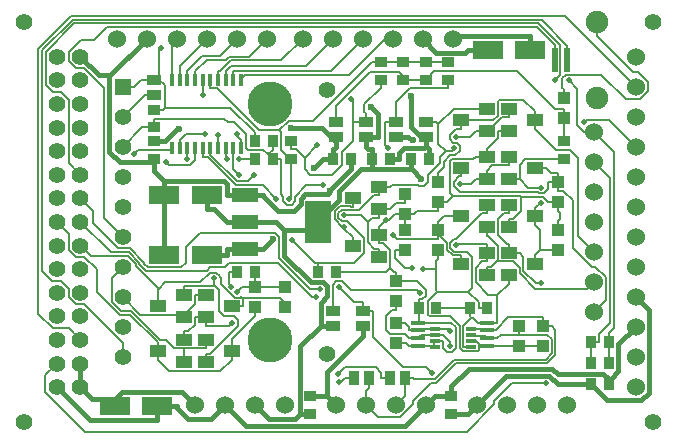
<source format=gtl>
%FSLAX46Y46*%
G04 Gerber Fmt 4.6, Leading zero omitted, Abs format (unit mm)*
G04 Created by KiCad (PCBNEW (2014-jul-16 BZR unknown)-product) date vie 22 ago 2014 20:47:43 CST*
%MOMM*%
G01*
G04 APERTURE LIST*
%ADD10C,0.150000*%
%ADD11R,0.500000X2.000000*%
%ADD12R,1.397000X1.397000*%
%ADD13C,1.397000*%
%ADD14C,3.810000*%
%ADD15C,1.422400*%
%ADD16C,1.524000*%
%ADD17C,1.905000*%
%ADD18R,1.399540X0.998220*%
%ADD19R,1.198880X0.347980*%
%ADD20R,0.900000X0.300000*%
%ADD21R,1.099820X0.998220*%
%ADD22C,1.400000*%
%ADD23R,0.304800X0.990600*%
%ADD24R,2.232660X1.216660*%
%ADD25R,2.199640X3.599180*%
%ADD26R,0.965200X1.270000*%
%ADD27R,1.270000X0.965200*%
%ADD28R,2.600960X1.600200*%
%ADD29R,0.899160X1.000760*%
%ADD30R,1.000760X0.899160*%
%ADD31C,0.508000*%
%ADD32C,0.510000*%
%ADD33C,0.600000*%
%ADD34C,0.152600*%
%ADD35C,0.152400*%
%ADD36C,0.200000*%
%ADD37C,0.450000*%
G04 APERTURE END LIST*
D10*
D11*
X240538000Y-61214000D03*
X241618000Y-61214000D03*
D12*
X203956920Y-63500000D03*
D13*
X203956920Y-66040000D03*
X203956920Y-68580000D03*
X203956920Y-71120000D03*
X203956920Y-73660000D03*
X203956920Y-76200000D03*
X203956920Y-78740000D03*
X203956920Y-81280000D03*
X203956920Y-83820000D03*
X203956920Y-86360000D03*
D14*
X216461340Y-64930020D03*
X216461340Y-84929980D03*
D15*
X198391780Y-60932060D03*
X200388220Y-60932060D03*
X198391780Y-62931040D03*
X200388220Y-62931040D03*
X198391780Y-64930020D03*
X200388220Y-64930020D03*
X198391780Y-66931540D03*
X200388220Y-66931540D03*
X198391780Y-68930520D03*
X200388220Y-68930520D03*
X198391780Y-70932040D03*
X200388220Y-70932040D03*
X198391780Y-72931020D03*
X200388220Y-72931020D03*
X198391780Y-74930000D03*
X200388220Y-74930000D03*
X198391780Y-76928980D03*
X200388220Y-76928980D03*
X198391780Y-78927960D03*
X200388220Y-78927960D03*
X198391780Y-80929480D03*
X200388220Y-80929480D03*
X198391780Y-82928460D03*
X200388220Y-82928460D03*
X198391780Y-84929980D03*
X200388220Y-84929980D03*
X198391780Y-86928960D03*
X200388220Y-86928960D03*
X198391780Y-88927940D03*
X200388220Y-88927940D03*
D16*
X203454000Y-59436000D03*
X205994000Y-59436000D03*
X208534000Y-59436000D03*
X211074000Y-59436000D03*
X213614000Y-59436000D03*
X216154000Y-59436000D03*
X231902000Y-59436000D03*
X229362000Y-59436000D03*
X226822000Y-59436000D03*
X224282000Y-59436000D03*
X221742000Y-59436000D03*
X219202000Y-59436000D03*
X229616000Y-90424000D03*
X227076000Y-90424000D03*
X224536000Y-90424000D03*
X221996000Y-90424000D03*
X210058000Y-90424000D03*
X212598000Y-90424000D03*
X215138000Y-90424000D03*
X217678000Y-90424000D03*
X241554000Y-90424000D03*
X239014000Y-90424000D03*
X236474000Y-90424000D03*
X233934000Y-90424000D03*
D17*
X244094000Y-57965340D03*
X244094000Y-64411860D03*
D16*
X243840000Y-67310000D03*
X243840000Y-69850000D03*
X243840000Y-72390000D03*
X243840000Y-74930000D03*
X243840000Y-77470000D03*
X243840000Y-80010000D03*
X243840000Y-82550000D03*
X247396000Y-88900000D03*
X247396000Y-86360000D03*
X247396000Y-83820000D03*
X247396000Y-81280000D03*
X247396000Y-78740000D03*
X247396000Y-76200000D03*
X247396000Y-73660000D03*
X247396000Y-71120000D03*
X247396000Y-68580000D03*
X247396000Y-66040000D03*
X247396000Y-63500000D03*
X247396000Y-60960000D03*
D18*
X236644180Y-65344040D03*
X236644180Y-67243960D03*
X238843820Y-66294000D03*
X234779820Y-67243960D03*
X234779820Y-65344040D03*
X232580180Y-66294000D03*
X236644180Y-69408040D03*
X236644180Y-71307960D03*
X238843820Y-70358000D03*
X234779820Y-71307960D03*
X234779820Y-69408040D03*
X232580180Y-70358000D03*
X236644180Y-73472040D03*
X236644180Y-75371960D03*
X238843820Y-74422000D03*
X234779820Y-75371960D03*
X234779820Y-73472040D03*
X232580180Y-74422000D03*
X236644180Y-77536040D03*
X236644180Y-79435960D03*
X238843820Y-78486000D03*
X234779820Y-79435960D03*
X234779820Y-77536040D03*
X232580180Y-78486000D03*
D19*
X234847540Y-85406020D03*
X234847540Y-84755780D03*
X234847540Y-84110620D03*
X234847540Y-83460380D03*
X229000460Y-83460380D03*
X229000460Y-84110620D03*
X229000460Y-84755780D03*
X229000460Y-85406020D03*
D20*
X233478000Y-85484000D03*
X233478000Y-84984000D03*
X233478000Y-84484000D03*
X233478000Y-83984000D03*
X230378000Y-83984000D03*
X230378000Y-84484000D03*
X230378000Y-84984000D03*
X230378000Y-85484000D03*
D18*
X209125820Y-86801960D03*
X209125820Y-84902040D03*
X206926180Y-85852000D03*
X210990180Y-84902040D03*
X210990180Y-86801960D03*
X213189820Y-85852000D03*
X210990180Y-81092040D03*
X210990180Y-82991960D03*
X213189820Y-82042000D03*
X209125820Y-82991960D03*
X209125820Y-81092040D03*
X206926180Y-82042000D03*
X225635820Y-77911960D03*
X225635820Y-76012040D03*
X223436180Y-76962000D03*
X225635820Y-73847960D03*
X225635820Y-71948040D03*
X223436180Y-72898000D03*
D21*
X215138000Y-82128360D03*
X215138000Y-80431640D03*
D22*
X221259000Y-86080600D03*
X195644000Y-57975500D03*
X195644000Y-91884500D03*
X248856000Y-91884500D03*
X248856000Y-57975500D03*
X221259000Y-63779400D03*
D23*
X208150460Y-68701920D03*
X208800700Y-68701920D03*
X209450940Y-68701920D03*
X210101180Y-68701920D03*
X210751420Y-68701920D03*
X211396580Y-68701920D03*
X212046820Y-68701920D03*
X212697060Y-68701920D03*
X213347300Y-68701920D03*
X213997540Y-68701920D03*
X213997540Y-62870080D03*
X213347300Y-62870080D03*
X212697060Y-62870080D03*
X212046820Y-62870080D03*
X211396580Y-62870080D03*
X210751420Y-62870080D03*
X210101180Y-62870080D03*
X209450940Y-62870080D03*
X208800700Y-62870080D03*
X208150460Y-62870080D03*
D24*
X214325200Y-72621140D03*
X214325200Y-74930000D03*
X214325200Y-77238860D03*
D25*
X220522800Y-74930000D03*
D21*
X237490000Y-85430360D03*
X237490000Y-83733640D03*
X239522000Y-85430360D03*
X239522000Y-83733640D03*
X240792000Y-77302360D03*
X240792000Y-75605640D03*
X230632000Y-73238360D03*
X230632000Y-71541640D03*
X240792000Y-73238360D03*
X240792000Y-71541640D03*
X230632000Y-75605640D03*
X230632000Y-77302360D03*
X217678000Y-82128360D03*
X217678000Y-80431640D03*
X227838000Y-75605640D03*
X227838000Y-77302360D03*
X227838000Y-72557640D03*
X227838000Y-74254360D03*
X241300000Y-66126360D03*
X241300000Y-64429640D03*
X227076000Y-81620360D03*
X227076000Y-79923640D03*
X227076000Y-85176360D03*
X227076000Y-83479640D03*
D26*
X227838000Y-88138000D03*
X226568000Y-88138000D03*
X223520000Y-88138000D03*
X224790000Y-88138000D03*
D27*
X206629000Y-64135000D03*
X206629000Y-62865000D03*
X224282000Y-82423000D03*
X224282000Y-83693000D03*
X229616000Y-66421000D03*
X229616000Y-67691000D03*
X227076000Y-66421000D03*
X227076000Y-67691000D03*
X221742000Y-82423000D03*
X221742000Y-83693000D03*
X224536000Y-66421000D03*
X224536000Y-67691000D03*
X221996000Y-66421000D03*
X221996000Y-67691000D03*
D28*
X211096860Y-77724000D03*
X207495140Y-77724000D03*
X238464860Y-60325000D03*
X234863140Y-60325000D03*
D29*
X225054160Y-69596000D03*
X226557840Y-69596000D03*
D30*
X206629000Y-68082160D03*
X206629000Y-69585840D03*
D29*
X228356160Y-69596000D03*
X229859840Y-69596000D03*
D30*
X219837000Y-91175840D03*
X219837000Y-89672160D03*
D29*
X245099840Y-86868000D03*
X243596160Y-86868000D03*
X245099840Y-85090000D03*
X243596160Y-85090000D03*
X229016160Y-82194400D03*
X230519840Y-82194400D03*
X221985840Y-79121000D03*
X220482160Y-79121000D03*
D30*
X218186000Y-68082160D03*
X218186000Y-69585840D03*
D29*
X215148160Y-69596000D03*
X216651840Y-69596000D03*
X216651840Y-68072000D03*
X215148160Y-68072000D03*
X221752160Y-69596000D03*
X223255840Y-69596000D03*
D30*
X227711000Y-62918340D03*
X227711000Y-61414660D03*
X241300000Y-68082160D03*
X241300000Y-69585840D03*
X229616000Y-62918340D03*
X229616000Y-61414660D03*
X231775000Y-89672160D03*
X231775000Y-91175840D03*
D29*
X245099840Y-88646000D03*
X243596160Y-88646000D03*
X234837840Y-82194400D03*
X233334160Y-82194400D03*
D30*
X231521000Y-62918340D03*
X231521000Y-61414660D03*
X206629000Y-65415160D03*
X206629000Y-66918840D03*
X225806000Y-62918340D03*
X225806000Y-61414660D03*
D28*
X211096860Y-72644000D03*
X207495140Y-72644000D03*
D29*
X215152840Y-79121000D03*
X213649160Y-79121000D03*
D28*
X206880860Y-90525600D03*
X203279140Y-90525600D03*
D31*
X213199600Y-83464900D03*
X226453600Y-68671200D03*
X229400400Y-78907900D03*
X216974300Y-72950700D03*
X213664400Y-80852700D03*
X226245700Y-74787100D03*
X220459300Y-68437500D03*
X210747500Y-64136600D03*
X223289500Y-64526900D03*
X239423600Y-72029700D03*
X211721500Y-79711500D03*
X232031000Y-68701800D03*
X232200900Y-76886700D03*
X218050000Y-72977500D03*
X218309000Y-76481300D03*
X213174100Y-80408400D03*
D32*
X226832800Y-75987300D03*
X232523600Y-71717500D03*
X232153500Y-67734700D03*
X231701600Y-85421800D03*
X231703000Y-84149000D03*
X240605800Y-62900900D03*
X222711400Y-74357900D03*
X213807000Y-69616400D03*
X210952800Y-67487300D03*
X204918100Y-69189800D03*
X209448700Y-69613300D03*
X212027700Y-67524600D03*
X207615800Y-69831700D03*
X212838900Y-69619200D03*
X213661500Y-67511000D03*
X213842600Y-70989200D03*
X239350700Y-73301900D03*
X215116000Y-70971900D03*
X228493200Y-78795700D03*
X222694800Y-75325700D03*
X229153500Y-80969000D03*
X241717800Y-62927600D03*
X207226000Y-60175700D03*
X222284700Y-80439800D03*
X220919200Y-71819100D03*
X230193100Y-87732300D03*
D33*
X216662500Y-76386200D03*
X218227900Y-66939200D03*
X220184300Y-70365300D03*
X228382800Y-64236200D03*
X221552100Y-72331300D03*
X208771900Y-67013000D03*
X229263200Y-71273900D03*
X224965700Y-65187200D03*
X228522300Y-68022900D03*
D32*
X220666500Y-80638900D03*
X222224500Y-87820100D03*
X220348200Y-81267700D03*
X222254300Y-88482900D03*
X242998800Y-66472200D03*
X239838300Y-88569700D03*
X239391400Y-80092600D03*
D34*
X237490000Y-84461700D02*
X239926200Y-84461700D01*
X239926200Y-84461700D02*
X240300900Y-84836400D01*
X240300900Y-84836400D02*
X240300900Y-86038900D01*
X240300900Y-86038900D02*
X239764800Y-86575000D01*
X239764800Y-86575000D02*
X232034900Y-86575000D01*
X232034900Y-86575000D02*
X230393600Y-88216300D01*
X230393600Y-88216300D02*
X228627900Y-88216300D01*
X228627900Y-88216300D02*
X228549600Y-88138000D01*
X234847500Y-84755800D02*
X235675900Y-84755800D01*
X237490000Y-84461700D02*
X235970000Y-84461700D01*
X235970000Y-84461700D02*
X235675900Y-84755800D01*
X227838000Y-88138000D02*
X228549600Y-88138000D01*
X227838000Y-88138000D02*
X227838000Y-89662000D01*
X227838000Y-89662000D02*
X227076000Y-90424000D01*
X237490000Y-83733600D02*
X237490000Y-84461700D01*
X233478000Y-84484000D02*
X233532300Y-84538300D01*
X233532300Y-84538300D02*
X234630000Y-84538300D01*
X234630000Y-84538300D02*
X234847500Y-84755800D01*
X240300900Y-83733600D02*
X240606200Y-84038900D01*
X240606200Y-84038900D02*
X240606200Y-86165400D01*
X240606200Y-86165400D02*
X239891300Y-86880300D01*
X239891300Y-86880300D02*
X232161400Y-86880300D01*
X232161400Y-86880300D02*
X230520100Y-88521600D01*
X230520100Y-88521600D02*
X230107200Y-88521600D01*
X230107200Y-88521600D02*
X228549700Y-90079100D01*
X228549700Y-90079100D02*
X228549700Y-90366300D01*
X228549700Y-90366300D02*
X227452100Y-91463900D01*
X227452100Y-91463900D02*
X225575900Y-91463900D01*
X225575900Y-91463900D02*
X224536000Y-90424000D01*
X224790000Y-89002000D02*
X224536000Y-89256000D01*
X224536000Y-89256000D02*
X224536000Y-90424000D01*
X239522000Y-83733600D02*
X240300900Y-83733600D01*
X224790000Y-88570000D02*
X224790000Y-88138000D01*
X224790000Y-88570000D02*
X224790000Y-89002000D01*
X234847500Y-84047300D02*
X234784200Y-83984000D01*
X234784200Y-83984000D02*
X233478000Y-83984000D01*
X234847500Y-84047300D02*
X235584100Y-84047300D01*
X235584100Y-84047300D02*
X236625900Y-83005500D01*
X236625900Y-83005500D02*
X239522000Y-83005500D01*
X234847500Y-84047300D02*
X234847500Y-84110600D01*
X239522000Y-83733600D02*
X239522000Y-83005500D01*
D35*
X234156900Y-85406000D02*
X234156900Y-85748900D01*
X234156900Y-85748900D02*
X234042800Y-85863000D01*
X234042800Y-85863000D02*
X232746200Y-85863000D01*
X232746200Y-85863000D02*
X232492000Y-85608800D01*
X232492000Y-85608800D02*
X232492000Y-83722900D01*
X232492000Y-83722900D02*
X231692900Y-82923800D01*
X231692900Y-82923800D02*
X229965200Y-82923800D01*
X229965200Y-82923800D02*
X229828900Y-82787500D01*
X229828900Y-82787500D02*
X229828900Y-81601500D01*
X229828900Y-81601500D02*
X230609000Y-80821400D01*
X234779800Y-74200000D02*
X234355200Y-74200000D01*
X234355200Y-74200000D02*
X232151400Y-76403800D01*
X232151400Y-76403800D02*
X232000800Y-76403800D01*
X232000800Y-76403800D02*
X231718000Y-76686600D01*
X231718000Y-76686600D02*
X231718000Y-77143300D01*
X231718000Y-77143300D02*
X232005700Y-77431000D01*
X232005700Y-77431000D02*
X233095600Y-77431000D01*
X233095600Y-77431000D02*
X233545800Y-77881200D01*
X233545800Y-77881200D02*
X233545800Y-80519600D01*
X233545800Y-80519600D02*
X233244000Y-80821400D01*
X226212100Y-66421000D02*
X226212100Y-68429700D01*
X226212100Y-68429700D02*
X226453600Y-68671200D01*
X210990200Y-83720000D02*
X212944500Y-83720000D01*
X212944500Y-83720000D02*
X213199600Y-83464900D01*
X230461100Y-78907900D02*
X230461100Y-80673500D01*
X230461100Y-80673500D02*
X230609000Y-80821400D01*
X230632000Y-78030400D02*
X230461100Y-78201300D01*
X230461100Y-78201300D02*
X230461100Y-78907900D01*
X230461100Y-78907900D02*
X229400400Y-78907900D01*
X210751400Y-69426100D02*
X211163300Y-69426100D01*
X211163300Y-69426100D02*
X213521000Y-71783800D01*
X213521000Y-71783800D02*
X215807400Y-71783800D01*
X215807400Y-71783800D02*
X216974300Y-72950700D01*
X210990200Y-82992000D02*
X210990200Y-83720000D01*
X214359200Y-80431600D02*
X214085500Y-80431600D01*
X214085500Y-80431600D02*
X213664400Y-80852700D01*
X231521000Y-63596800D02*
X228274200Y-63596800D01*
X228274200Y-63596800D02*
X227076000Y-64795000D01*
X227076000Y-64795000D02*
X227076000Y-65709500D01*
X234779800Y-73472000D02*
X234779800Y-74200000D01*
X233244000Y-80821400D02*
X230609000Y-80821400D01*
X234159300Y-82194400D02*
X234159300Y-81736700D01*
X234159300Y-81736700D02*
X233244000Y-80821400D01*
X227076000Y-66421000D02*
X226212100Y-66421000D01*
X227076000Y-66421000D02*
X227076000Y-65709500D01*
X231521000Y-62918300D02*
X231521000Y-63596800D01*
X234156900Y-85406000D02*
X234156900Y-85239200D01*
X234156900Y-85239200D02*
X233901700Y-84984000D01*
X233901700Y-84984000D02*
X233478000Y-84984000D01*
X234847500Y-85406000D02*
X234156900Y-85406000D01*
X234837800Y-82194400D02*
X234159300Y-82194400D01*
X230632000Y-77302400D02*
X230632000Y-78030400D01*
X210751400Y-68701900D02*
X210751400Y-69426100D01*
X237490000Y-85430400D02*
X236711200Y-85430400D01*
X234847500Y-85406000D02*
X236686800Y-85406000D01*
X236686800Y-85406000D02*
X236711200Y-85430400D01*
X237490000Y-85430400D02*
X239522000Y-85430400D01*
X215138000Y-80431600D02*
X214359200Y-80431600D01*
X215527400Y-80431600D02*
X215138000Y-80431600D01*
X215527400Y-80431600D02*
X215916800Y-80431600D01*
X215916800Y-80431600D02*
X217678000Y-80431600D01*
X215152800Y-79121000D02*
X215152800Y-79850300D01*
X215152800Y-79850300D02*
X215138000Y-79865100D01*
X215138000Y-79865100D02*
X215138000Y-80431600D01*
X210990200Y-82992000D02*
X210061500Y-82992000D01*
X209125800Y-84902000D02*
X209125800Y-84174000D01*
X210061500Y-82992000D02*
X210061500Y-83632900D01*
X210061500Y-83632900D02*
X209520400Y-84174000D01*
X209520400Y-84174000D02*
X209125800Y-84174000D01*
X231056900Y-84984000D02*
X231056900Y-85571300D01*
X231056900Y-85571300D02*
X231415000Y-85929400D01*
X231415000Y-85929400D02*
X231889500Y-85929400D01*
X231889500Y-85929400D02*
X232186900Y-85632000D01*
X232186900Y-85632000D02*
X232186900Y-83849400D01*
X232186900Y-83849400D02*
X231782200Y-83444700D01*
X231782200Y-83444700D02*
X229016200Y-83444700D01*
X237652000Y-72817900D02*
X237652000Y-74000200D01*
X237652000Y-74000200D02*
X237008200Y-74644000D01*
X237008200Y-74644000D02*
X236644200Y-74644000D01*
X231917500Y-72731700D02*
X237565800Y-72731700D01*
X237565800Y-72731700D02*
X237652000Y-72817900D01*
X237652000Y-72817900D02*
X239592700Y-72817900D01*
X239592700Y-72817900D02*
X240013200Y-73238400D01*
X233851100Y-69408000D02*
X233655800Y-69603300D01*
X233655800Y-69603300D02*
X231810300Y-69603300D01*
X231810300Y-69603300D02*
X231649100Y-69764500D01*
X231649100Y-69764500D02*
X231649100Y-72463300D01*
X231649100Y-72463300D02*
X231917500Y-72731700D01*
X223431300Y-66421000D02*
X223431300Y-64668700D01*
X223431300Y-64668700D02*
X223289500Y-64526900D01*
X234779800Y-69408000D02*
X233851100Y-69408000D01*
X225806000Y-63596800D02*
X224436800Y-64966000D01*
X224436800Y-64966000D02*
X224436800Y-65610300D01*
X224436800Y-65610300D02*
X224536000Y-65709500D01*
X224536000Y-66421000D02*
X224536000Y-65709500D01*
X229016200Y-81465100D02*
X229341900Y-81465100D01*
X229341900Y-81465100D02*
X229637400Y-81169600D01*
X229637400Y-81169600D02*
X229637400Y-80664300D01*
X229637400Y-80664300D02*
X228896700Y-79923600D01*
X228896700Y-79923600D02*
X227854800Y-79923600D01*
X225635800Y-75284000D02*
X225748800Y-75284000D01*
X225748800Y-75284000D02*
X226245700Y-74787100D01*
X227059200Y-74254400D02*
X226526500Y-74787100D01*
X226526500Y-74787100D02*
X226245700Y-74787100D01*
X219389100Y-69507700D02*
X218642100Y-68760700D01*
X218642100Y-68760700D02*
X218186000Y-68760700D01*
X223431300Y-66421000D02*
X223431300Y-68081600D01*
X223431300Y-68081600D02*
X222526600Y-68986300D01*
X222526600Y-68986300D02*
X222526600Y-70101300D01*
X222526600Y-70101300D02*
X221719300Y-70908600D01*
X221719300Y-70908600D02*
X219867000Y-70908600D01*
X219867000Y-70908600D02*
X219389100Y-70430700D01*
X219389100Y-70430700D02*
X219389100Y-69507700D01*
X219389100Y-69507700D02*
X220459300Y-68437500D01*
X226566100Y-78808500D02*
X226953200Y-79195600D01*
X226953200Y-79195600D02*
X227076000Y-79195600D01*
X225635800Y-76740000D02*
X225987200Y-76740000D01*
X225987200Y-76740000D02*
X226566100Y-77318900D01*
X226566100Y-77318900D02*
X226566100Y-78808500D01*
X226566100Y-78808500D02*
X226253600Y-79121000D01*
X226253600Y-79121000D02*
X222664300Y-79121000D01*
X229016200Y-83444700D02*
X229000500Y-83460400D01*
X229016200Y-82923700D02*
X229016200Y-83444700D01*
X210751400Y-62870100D02*
X210751400Y-64132700D01*
X210751400Y-64132700D02*
X210747500Y-64136600D01*
X223431300Y-66421000D02*
X223672100Y-66421000D01*
X231410800Y-73238400D02*
X231917500Y-72731700D01*
X230632000Y-73238400D02*
X231410800Y-73238400D01*
X230632000Y-73238400D02*
X230632000Y-73298000D01*
X225635800Y-76012000D02*
X225635800Y-75284000D01*
X230632000Y-73602400D02*
X230632000Y-73357600D01*
X225635800Y-76012000D02*
X225635800Y-76740000D01*
X225806000Y-62918300D02*
X225806000Y-63596800D01*
X218186000Y-68082200D02*
X218186000Y-68760700D01*
X236644200Y-75372000D02*
X236644200Y-74644000D01*
X240792000Y-73238400D02*
X240013200Y-73238400D01*
X230632000Y-73298000D02*
X230632000Y-73357600D01*
X221985800Y-79121000D02*
X222664300Y-79121000D01*
X227076000Y-79923600D02*
X227076000Y-79195600D01*
X227838000Y-74254400D02*
X227059200Y-74254400D01*
X234779800Y-69408000D02*
X234779800Y-68680000D01*
X230632000Y-73602400D02*
X230632000Y-73966400D01*
X227076000Y-79923600D02*
X227854800Y-79923600D01*
X229016200Y-82194400D02*
X229016200Y-81465100D01*
X229016200Y-82549300D02*
X229016200Y-82194400D01*
X240792000Y-74877600D02*
X240956000Y-74713600D01*
X240956000Y-74713600D02*
X240956000Y-74130400D01*
X240956000Y-74130400D02*
X240792000Y-73966400D01*
X240792000Y-73238400D02*
X240792000Y-73966400D01*
X240792000Y-75605600D02*
X240792000Y-74877600D01*
X230300000Y-85406000D02*
X230378000Y-85484000D01*
X229828800Y-85406000D02*
X230300000Y-85406000D01*
X230300000Y-85406000D02*
X230300000Y-85062000D01*
X230300000Y-85062000D02*
X230378000Y-84984000D01*
X230378000Y-84984000D02*
X231056900Y-84984000D01*
X229016200Y-82549300D02*
X229016200Y-82923700D01*
X227838000Y-75605600D02*
X227838000Y-74877600D01*
X227076000Y-85176400D02*
X227942600Y-85176400D01*
X227942600Y-85176400D02*
X228172200Y-85406000D01*
X234779800Y-68680000D02*
X234870800Y-68680000D01*
X234870800Y-68680000D02*
X235715500Y-67835300D01*
X235715500Y-67835300D02*
X235715500Y-67244000D01*
X236644200Y-67244000D02*
X235715500Y-67244000D01*
X227838000Y-74254400D02*
X228616800Y-74254400D01*
X230632000Y-73966400D02*
X228904800Y-73966400D01*
X228904800Y-73966400D02*
X228616800Y-74254400D01*
X227838000Y-74254400D02*
X227838000Y-74877600D01*
X224536000Y-66421000D02*
X223672100Y-66421000D01*
X229000500Y-85406000D02*
X229828800Y-85406000D01*
X229000500Y-85406000D02*
X228172200Y-85406000D01*
X228075700Y-62918300D02*
X227397100Y-62239700D01*
X227397100Y-62239700D02*
X224874800Y-62239700D01*
X224874800Y-62239700D02*
X221996000Y-65118500D01*
X221996000Y-65118500D02*
X221996000Y-66421000D01*
X228075700Y-62918300D02*
X228440300Y-62918300D01*
X227711000Y-62918300D02*
X228075700Y-62918300D01*
X229616000Y-62915600D02*
X228443000Y-62915600D01*
X228443000Y-62915600D02*
X228440300Y-62918300D01*
X229616000Y-62915600D02*
X229616000Y-62912900D01*
X229616000Y-62918300D02*
X229616000Y-62915600D01*
X229616000Y-62912900D02*
X230363900Y-62165000D01*
X230363900Y-62165000D02*
X237338600Y-62165000D01*
X237338600Y-62165000D02*
X240572000Y-65398400D01*
X240572000Y-65398400D02*
X241300000Y-65398400D01*
X241300000Y-66126400D02*
X241300000Y-65398400D01*
X241300000Y-66126400D02*
X241300000Y-68082200D01*
X234779800Y-76808000D02*
X232279600Y-76808000D01*
X232279600Y-76808000D02*
X232200900Y-76886700D01*
X237572900Y-71308000D02*
X238294500Y-72029600D01*
X238294500Y-72029600D02*
X239423600Y-72029600D01*
X239423600Y-72029600D02*
X239423600Y-72029700D01*
X240570700Y-69585800D02*
X238047500Y-69585800D01*
X238047500Y-69585800D02*
X237572900Y-70060400D01*
X237572900Y-70060400D02*
X237572900Y-71308000D01*
X241300000Y-69585800D02*
X240570700Y-69585800D01*
X226564500Y-71948000D02*
X226728600Y-71783900D01*
X226728600Y-71783900D02*
X228968500Y-71783900D01*
X228968500Y-71783900D02*
X229044100Y-71859500D01*
X229044100Y-71859500D02*
X229482400Y-71859500D01*
X229482400Y-71859500D02*
X229792100Y-71549800D01*
X229792100Y-71549800D02*
X229792100Y-70973800D01*
X229792100Y-70973800D02*
X230812900Y-69953000D01*
X230812900Y-69953000D02*
X230812900Y-69409900D01*
X230812900Y-69409900D02*
X231313300Y-68909500D01*
X231313300Y-68909500D02*
X231823300Y-68909500D01*
X231823300Y-68909500D02*
X232031000Y-68701800D01*
X230697600Y-66638700D02*
X230697600Y-68293800D01*
X230697600Y-68293800D02*
X231313300Y-68909500D01*
X210990200Y-86074000D02*
X211354200Y-86074000D01*
X211354200Y-86074000D02*
X213735200Y-83693000D01*
X213735200Y-83693000D02*
X213735200Y-83267100D01*
X213735200Y-83267100D02*
X213351600Y-82883500D01*
X213351600Y-82883500D02*
X212504900Y-82883500D01*
X212504900Y-82883500D02*
X212105300Y-82483900D01*
X212105300Y-82483900D02*
X212105300Y-80655000D01*
X212105300Y-80655000D02*
X211814300Y-80364000D01*
X211814300Y-80364000D02*
X211721500Y-80364000D01*
X220482200Y-78391700D02*
X220219400Y-78391700D01*
X220219400Y-78391700D02*
X218309000Y-76481300D01*
X220482200Y-78391700D02*
X223540900Y-78391700D01*
X223540900Y-78391700D02*
X224364900Y-77567700D01*
X224364900Y-77567700D02*
X224364900Y-76282900D01*
X224364900Y-76282900D02*
X222923800Y-74841800D01*
X222923800Y-74841800D02*
X222510900Y-74841800D01*
X222510900Y-74841800D02*
X222227500Y-74558400D01*
X222227500Y-74558400D02*
X222227500Y-74157400D01*
X222227500Y-74157400D02*
X222510900Y-73874000D01*
X222510900Y-73874000D02*
X223078100Y-73874000D01*
X223078100Y-73874000D02*
X223140000Y-73935900D01*
X223140000Y-73935900D02*
X223967400Y-73935900D01*
X223967400Y-73935900D02*
X225227300Y-72676000D01*
X225227300Y-72676000D02*
X225635800Y-72676000D01*
X217238700Y-67180400D02*
X217407100Y-67348800D01*
X217407100Y-67348800D02*
X217407100Y-68806900D01*
X217407100Y-68806900D02*
X218186000Y-69585800D01*
X225076700Y-61414700D02*
X220081100Y-66410300D01*
X220081100Y-66410300D02*
X218008800Y-66410300D01*
X218008800Y-66410300D02*
X217238700Y-67180400D01*
X217238700Y-67180400D02*
X215515800Y-67180400D01*
X215515800Y-67180400D02*
X211929700Y-63594300D01*
X211929700Y-63594300D02*
X211396600Y-63594300D01*
X218186000Y-70264300D02*
X218186000Y-72841500D01*
X218186000Y-72841500D02*
X218050000Y-72977500D01*
X212970700Y-79121000D02*
X212970700Y-80205000D01*
X212970700Y-80205000D02*
X213174100Y-80408400D01*
X211721500Y-80364000D02*
X209125800Y-80364000D01*
X211721500Y-80364000D02*
X211721500Y-79711500D01*
X225635800Y-71948000D02*
X226564500Y-71948000D01*
X225635800Y-71965100D02*
X225635800Y-71948000D01*
X225635800Y-71965100D02*
X225635800Y-72676000D01*
X231156400Y-61414700D02*
X231521000Y-61414700D01*
X230479900Y-66421000D02*
X230697600Y-66638700D01*
X234779800Y-65344000D02*
X231992300Y-65344000D01*
X231992300Y-65344000D02*
X230697600Y-66638700D01*
X229616000Y-66421000D02*
X230479900Y-66421000D01*
X233465700Y-83055100D02*
X232799100Y-83721700D01*
X232799100Y-83721700D02*
X232799100Y-85484000D01*
X234847500Y-83460400D02*
X234019200Y-83460400D01*
X234019200Y-83460400D02*
X233613900Y-83055100D01*
X233613900Y-83055100D02*
X233465700Y-83055100D01*
X233465700Y-83055100D02*
X233334200Y-82923700D01*
X234779800Y-77536000D02*
X234779800Y-76808000D01*
X225806000Y-61414700D02*
X225076700Y-61414700D01*
X227711000Y-61414700D02*
X225806000Y-61414700D01*
X218186000Y-69585800D02*
X218186000Y-69925000D01*
X211396600Y-62870100D02*
X211396600Y-63594300D01*
X218186000Y-69925000D02*
X218186000Y-70264300D01*
X235675800Y-81132400D02*
X236644200Y-80164000D01*
X234779800Y-78264000D02*
X234415800Y-78264000D01*
X234415800Y-78264000D02*
X233851000Y-78828800D01*
X233851000Y-78828800D02*
X233851000Y-80048900D01*
X233851000Y-80048900D02*
X234934500Y-81132400D01*
X234934500Y-81132400D02*
X235675800Y-81132400D01*
X235675800Y-81132400D02*
X235675800Y-83460400D01*
X234847500Y-83460400D02*
X235675800Y-83460400D01*
X233334200Y-82194400D02*
X233334200Y-82923700D01*
X233478000Y-85484000D02*
X232799100Y-85484000D01*
X233334200Y-82194400D02*
X231198300Y-82194400D01*
X230519800Y-82194400D02*
X231198300Y-82194400D01*
X220482200Y-79121000D02*
X220482200Y-78391700D01*
X234779800Y-77536000D02*
X234779800Y-78264000D01*
X236644200Y-79436000D02*
X236644200Y-80164000D01*
X227711000Y-61414700D02*
X229616000Y-61414700D01*
X236644200Y-71308000D02*
X237572900Y-71308000D01*
X213649200Y-79121000D02*
X212970700Y-79121000D01*
X210990200Y-86802000D02*
X210990200Y-86074000D01*
X209125800Y-81092000D02*
X209125800Y-80364000D01*
X231156400Y-61414700D02*
X230791700Y-61414700D01*
X230345300Y-61414700D02*
X230791700Y-61414700D01*
X229616000Y-61414700D02*
X230345300Y-61414700D01*
D34*
X230632000Y-75969600D02*
X230695800Y-75969600D01*
X230695800Y-75969600D02*
X231412800Y-76686600D01*
X231412800Y-76686600D02*
X231412800Y-77269800D01*
X231412800Y-77269800D02*
X231900900Y-77757900D01*
X231900900Y-77757900D02*
X232580200Y-77757900D01*
X230632000Y-76333700D02*
X227179200Y-76333700D01*
X227179200Y-76333700D02*
X226832800Y-75987300D01*
X232580200Y-78486000D02*
X232580200Y-77757900D01*
X230632000Y-75969600D02*
X230632000Y-76333700D01*
X230632000Y-75605600D02*
X230632000Y-75969600D01*
X232580200Y-74422000D02*
X231651400Y-74422000D01*
X230632000Y-74953800D02*
X231163800Y-74422000D01*
X231163800Y-74422000D02*
X231651400Y-74422000D01*
X230632000Y-75605600D02*
X230632000Y-74953800D01*
X233851000Y-71308000D02*
X233441500Y-71717500D01*
X233441500Y-71717500D02*
X232523600Y-71717500D01*
X234779800Y-71308000D02*
X233851000Y-71308000D01*
X234779800Y-70624000D02*
X235267700Y-70136100D01*
X235267700Y-70136100D02*
X236644200Y-70136100D01*
X236644200Y-69408000D02*
X236644200Y-70136100D01*
X234779800Y-71308000D02*
X234779800Y-70624000D01*
X233851000Y-67244000D02*
X233360300Y-67734700D01*
X233360300Y-67734700D02*
X232153500Y-67734700D01*
X234779800Y-67244000D02*
X233851000Y-67244000D01*
X234779800Y-67244000D02*
X234926400Y-67244000D01*
X234926400Y-67244000D02*
X236098300Y-66072100D01*
X236098300Y-66072100D02*
X236644200Y-66072100D01*
X236644200Y-65344000D02*
X236644200Y-66072100D01*
X231057000Y-84484000D02*
X231701600Y-85128600D01*
X231701600Y-85128600D02*
X231701600Y-85421800D01*
X229000500Y-84755800D02*
X228172100Y-84755800D01*
X227076000Y-81620400D02*
X227076000Y-82348500D01*
X227076000Y-82348500D02*
X226803000Y-82348500D01*
X226803000Y-82348500D02*
X226297000Y-82854500D01*
X226297000Y-82854500D02*
X226297000Y-84106400D01*
X226297000Y-84106400D02*
X226606600Y-84416000D01*
X226606600Y-84416000D02*
X227832300Y-84416000D01*
X227832300Y-84416000D02*
X228172100Y-84755800D01*
X230378000Y-84484000D02*
X231057000Y-84484000D01*
X229000500Y-84755800D02*
X229219000Y-84537300D01*
X229219000Y-84537300D02*
X230324700Y-84537300D01*
X230324700Y-84537300D02*
X230378000Y-84484000D01*
X231057000Y-83984000D02*
X231538000Y-83984000D01*
X231538000Y-83984000D02*
X231703000Y-84149000D01*
X230378000Y-83984000D02*
X231057000Y-83984000D01*
X229000500Y-84110600D02*
X229127100Y-83984000D01*
X229127100Y-83984000D02*
X230378000Y-83984000D01*
X229000500Y-84110600D02*
X228172100Y-84110600D01*
X227076000Y-83479600D02*
X227854900Y-83479600D01*
X227854900Y-83479600D02*
X228172100Y-83796800D01*
X228172100Y-83796800D02*
X228172100Y-84110600D01*
X200388200Y-70932000D02*
X199390000Y-69933800D01*
X199390000Y-69933800D02*
X199390000Y-64564300D01*
X199390000Y-64564300D02*
X198775900Y-63950200D01*
X198775900Y-63950200D02*
X198060900Y-63950200D01*
X198060900Y-63950200D02*
X197440000Y-63329300D01*
X197440000Y-63329300D02*
X197440000Y-60518700D01*
X197440000Y-60518700D02*
X199858100Y-58100600D01*
X199858100Y-58100600D02*
X239171000Y-58100600D01*
X239171000Y-58100600D02*
X241032400Y-59962000D01*
X241032400Y-59962000D02*
X241032400Y-62474300D01*
X241032400Y-62474300D02*
X240605800Y-62900900D01*
X206926200Y-85852000D02*
X206926200Y-86580100D01*
X213189800Y-85852000D02*
X213189800Y-86580100D01*
X213189800Y-86580100D02*
X212239700Y-87530200D01*
X212239700Y-87530200D02*
X207876300Y-87530200D01*
X207876300Y-87530200D02*
X206926200Y-86580100D01*
X215138000Y-82856500D02*
X213189800Y-84804700D01*
X213189800Y-84804700D02*
X213189800Y-85852000D01*
X215138000Y-82128400D02*
X215138000Y-82856500D01*
X206926200Y-85123900D02*
X204613000Y-82810700D01*
X204613000Y-82810700D02*
X203711600Y-82810700D01*
X203711600Y-82810700D02*
X201774000Y-80873100D01*
X201774000Y-80873100D02*
X201774000Y-78946400D01*
X201774000Y-78946400D02*
X200698200Y-77870600D01*
X200698200Y-77870600D02*
X199999000Y-77870600D01*
X199999000Y-77870600D02*
X199447900Y-77319500D01*
X199447900Y-77319500D02*
X199447900Y-75986100D01*
X199447900Y-75986100D02*
X198391800Y-74930000D01*
X206926200Y-85852000D02*
X206926200Y-85123900D01*
X207005200Y-80598300D02*
X207558500Y-80045000D01*
X207558500Y-80045000D02*
X210533600Y-80045000D01*
X210533600Y-80045000D02*
X211330100Y-79248500D01*
X211330100Y-79248500D02*
X211492800Y-79248500D01*
X211492800Y-79248500D02*
X211528600Y-79212700D01*
X211528600Y-79212700D02*
X211905900Y-79212700D01*
X211905900Y-79212700D02*
X212220300Y-79527100D01*
X212220300Y-79527100D02*
X212220300Y-79572200D01*
X212220300Y-79572200D02*
X212282800Y-79634700D01*
X212282800Y-79634700D02*
X212282800Y-79700600D01*
X212282800Y-79700600D02*
X212294700Y-79712500D01*
X212294700Y-79712500D02*
X212294700Y-80188500D01*
X212294700Y-80188500D02*
X212675300Y-80569100D01*
X212675300Y-80569100D02*
X212675300Y-80592700D01*
X212675300Y-80592700D02*
X212974000Y-80891400D01*
X212974000Y-80891400D02*
X212997600Y-80891400D01*
X212997600Y-80891400D02*
X213406400Y-81300200D01*
X213406400Y-81300200D02*
X213428800Y-81300200D01*
X213428800Y-81300200D02*
X213464300Y-81335700D01*
X213464300Y-81335700D02*
X213864600Y-81335700D01*
X213864600Y-81335700D02*
X213888300Y-81312000D01*
X213888300Y-81312000D02*
X214000300Y-81312000D01*
X214000300Y-81312000D02*
X214118600Y-81430300D01*
X214118600Y-81430300D02*
X214118600Y-82042000D01*
X217678000Y-81764300D02*
X217314000Y-81400300D01*
X217314000Y-81400300D02*
X214148600Y-81400300D01*
X214148600Y-81400300D02*
X214118600Y-81430300D01*
X207005200Y-80598300D02*
X206926200Y-80677300D01*
X206926200Y-80677300D02*
X206926200Y-81313900D01*
X200388200Y-76929000D02*
X201271400Y-77812200D01*
X201271400Y-77812200D02*
X204377000Y-77812200D01*
X204377000Y-77812200D02*
X205070400Y-78505600D01*
X205070400Y-78505600D02*
X205070400Y-78663600D01*
X205070400Y-78663600D02*
X207005200Y-80598300D01*
X206926200Y-82042000D02*
X206926200Y-81313900D01*
X213189800Y-82042000D02*
X214118600Y-82042000D01*
X217678000Y-82128400D02*
X217678000Y-81764300D01*
X224706900Y-74932700D02*
X224132100Y-74357900D01*
X224132100Y-74357900D02*
X222711400Y-74357900D01*
X224706900Y-74932700D02*
X224706900Y-76619100D01*
X224706900Y-76619100D02*
X225271700Y-77183900D01*
X225271700Y-77183900D02*
X225635800Y-77183900D01*
X225635800Y-74576100D02*
X225063500Y-74576100D01*
X225063500Y-74576100D02*
X224706900Y-74932700D01*
X225635800Y-77912000D02*
X225635800Y-77183900D01*
X225635800Y-73848000D02*
X225635800Y-74576100D01*
X225635800Y-73848000D02*
X226564600Y-73848000D01*
X227838000Y-72557600D02*
X227838000Y-73285700D01*
X227838000Y-73285700D02*
X227126900Y-73285700D01*
X227126900Y-73285700D02*
X226564600Y-73848000D01*
X230632000Y-70813500D02*
X231133100Y-70312400D01*
X231133100Y-70312400D02*
X231133100Y-69848400D01*
X231133100Y-69848400D02*
X231683400Y-69298100D01*
X231683400Y-69298100D02*
X232117900Y-69298100D01*
X232117900Y-69298100D02*
X232514000Y-68902000D01*
X232514000Y-68902000D02*
X232514000Y-68501600D01*
X232514000Y-68501600D02*
X232231200Y-68218800D01*
X232231200Y-68218800D02*
X231952500Y-68218800D01*
X231952500Y-68218800D02*
X231639400Y-67905700D01*
X231639400Y-67905700D02*
X231639400Y-67564300D01*
X231639400Y-67564300D02*
X232181600Y-67022100D01*
X232181600Y-67022100D02*
X232580200Y-67022100D01*
X230632000Y-71541600D02*
X230632000Y-70813500D01*
X232580200Y-66294000D02*
X232580200Y-67022100D01*
X238843800Y-66294000D02*
X238843800Y-65565900D01*
X232580200Y-66294000D02*
X233509000Y-66294000D01*
X233509000Y-66294000D02*
X235355500Y-66294000D01*
X235355500Y-66294000D02*
X235712300Y-65937200D01*
X235712300Y-65937200D02*
X235712300Y-64738800D01*
X235712300Y-64738800D02*
X235839500Y-64611600D01*
X235839500Y-64611600D02*
X237889500Y-64611600D01*
X237889500Y-64611600D02*
X238843800Y-65565900D01*
X238843800Y-67022100D02*
X240630800Y-68809100D01*
X240630800Y-68809100D02*
X241800500Y-68809100D01*
X241800500Y-68809100D02*
X242509100Y-69517700D01*
X242509100Y-69517700D02*
X242509100Y-76139100D01*
X242509100Y-76139100D02*
X243840000Y-77470000D01*
X238843800Y-66294000D02*
X238843800Y-67022100D01*
X235708700Y-78145500D02*
X235827400Y-78264200D01*
X235827400Y-78264200D02*
X236995200Y-78264200D01*
X236995200Y-78264200D02*
X237573100Y-78842100D01*
X237573100Y-78842100D02*
X237573100Y-79257000D01*
X237573100Y-79257000D02*
X238910000Y-80593900D01*
X238910000Y-80593900D02*
X243256100Y-80593900D01*
X243256100Y-80593900D02*
X243840000Y-80010000D01*
X234779800Y-79436000D02*
X234779800Y-78707900D01*
X235708700Y-78145500D02*
X235708700Y-76938000D01*
X235708700Y-76938000D02*
X234870800Y-76100100D01*
X234870800Y-76100100D02*
X234779800Y-76100100D01*
X234779800Y-78707900D02*
X235146300Y-78707900D01*
X235146300Y-78707900D02*
X235708700Y-78145500D01*
X234779800Y-75372000D02*
X234779800Y-76100100D01*
X232580200Y-71073200D02*
X232458100Y-71073200D01*
X232458100Y-71073200D02*
X232017700Y-71513600D01*
X232017700Y-71513600D02*
X232017700Y-71916200D01*
X232017700Y-71916200D02*
X232519900Y-72418400D01*
X232519900Y-72418400D02*
X239129200Y-72418400D01*
X239129200Y-72418400D02*
X239223500Y-72512700D01*
X239223500Y-72512700D02*
X239636400Y-72512700D01*
X239636400Y-72512700D02*
X240013100Y-72136000D01*
X240013100Y-72136000D02*
X240013100Y-71541600D01*
X240792000Y-71541600D02*
X240792000Y-70813500D01*
X239772600Y-70358000D02*
X240228100Y-70813500D01*
X240228100Y-70813500D02*
X240792000Y-70813500D01*
X238843800Y-70358000D02*
X239772600Y-70358000D01*
X240792000Y-71541600D02*
X240013100Y-71541600D01*
X232580200Y-70358000D02*
X232580200Y-71073200D01*
X243840000Y-82550000D02*
X244861000Y-81529000D01*
X244861000Y-81529000D02*
X244861000Y-79614300D01*
X244861000Y-79614300D02*
X243986700Y-78740000D01*
X243986700Y-78740000D02*
X243705100Y-78740000D01*
X243705100Y-78740000D02*
X242079900Y-77114800D01*
X242079900Y-77114800D02*
X242079900Y-73102500D01*
X242079900Y-73102500D02*
X241247100Y-72269700D01*
X241247100Y-72269700D02*
X240792000Y-72269700D01*
X240792000Y-71593700D02*
X240792000Y-71541600D01*
X240792000Y-71593700D02*
X240792000Y-72269700D01*
D36*
X215148200Y-69596000D02*
X213827400Y-69596000D01*
X213827400Y-69596000D02*
X213807000Y-69616400D01*
X206629000Y-64135000D02*
X205741300Y-64135000D01*
X203956900Y-66040000D02*
X205741300Y-64255600D01*
X205741300Y-64255600D02*
X205741300Y-64135000D01*
D34*
X208150500Y-62870100D02*
X208150500Y-59819500D01*
X208150500Y-59819500D02*
X208534000Y-59436000D01*
X208800700Y-62870100D02*
X208800700Y-61709300D01*
X208800700Y-61709300D02*
X211074000Y-59436000D01*
X209450900Y-62870100D02*
X209450900Y-62145800D01*
X209450900Y-62145800D02*
X210717000Y-60879700D01*
X210717000Y-60879700D02*
X212170300Y-60879700D01*
X212170300Y-60879700D02*
X213614000Y-59436000D01*
X216154000Y-59436000D02*
X214665500Y-60924500D01*
X214665500Y-60924500D02*
X212967800Y-60924500D01*
X212967800Y-60924500D02*
X212707200Y-61185100D01*
X212707200Y-61185100D02*
X211061900Y-61185100D01*
X211061900Y-61185100D02*
X210101200Y-62145800D01*
X210101200Y-62870100D02*
X210101200Y-62145800D01*
X208800700Y-67977600D02*
X209291000Y-67487300D01*
X209291000Y-67487300D02*
X210952800Y-67487300D01*
X208800700Y-68701900D02*
X208800700Y-67977600D01*
X208150500Y-68701900D02*
X208007300Y-68845100D01*
X208007300Y-68845100D02*
X205262800Y-68845100D01*
X205262800Y-68845100D02*
X204918100Y-69189800D01*
X209450900Y-69426200D02*
X209448700Y-69428400D01*
X209448700Y-69428400D02*
X209448700Y-69613300D01*
X209450900Y-68701900D02*
X209450900Y-69426200D01*
X212046800Y-67977600D02*
X212046800Y-67543700D01*
X212046800Y-67543700D02*
X212027700Y-67524600D01*
X212046800Y-68701900D02*
X212046800Y-67977600D01*
X210101200Y-69426200D02*
X210101200Y-69645400D01*
X210101200Y-69645400D02*
X209646300Y-70100300D01*
X209646300Y-70100300D02*
X207884400Y-70100300D01*
X207884400Y-70100300D02*
X207615800Y-69831700D01*
X210101200Y-68701900D02*
X210101200Y-69426200D01*
X212697100Y-69426200D02*
X212838900Y-69568000D01*
X212838900Y-69568000D02*
X212838900Y-69619200D01*
X212697100Y-68701900D02*
X212697100Y-69426200D01*
X213997500Y-67977600D02*
X213661500Y-67641600D01*
X213661500Y-67641600D02*
X213661500Y-67511000D01*
X213997500Y-68701900D02*
X213997500Y-67977600D01*
X213347300Y-68701900D02*
X213323000Y-68726200D01*
X213323000Y-68726200D02*
X213323000Y-70469600D01*
X213323000Y-70469600D02*
X213842600Y-70989200D01*
X213997500Y-62870100D02*
X214352100Y-62515500D01*
X214352100Y-62515500D02*
X223107300Y-62515500D01*
X223107300Y-62515500D02*
X226186800Y-59436000D01*
X226186800Y-59436000D02*
X226822000Y-59436000D01*
X213347300Y-62870100D02*
X213347300Y-62145800D01*
X213347300Y-62145800D02*
X221572200Y-62145800D01*
X221572200Y-62145800D02*
X224282000Y-59436000D01*
X221742000Y-59436000D02*
X219464100Y-61713900D01*
X219464100Y-61713900D02*
X213129000Y-61713900D01*
X213129000Y-61713900D02*
X212697100Y-62145800D01*
X212697100Y-62870100D02*
X212697100Y-62145800D01*
X219202000Y-59436000D02*
X217408200Y-61229800D01*
X217408200Y-61229800D02*
X213094300Y-61229800D01*
X213094300Y-61229800D02*
X212178300Y-62145800D01*
X212178300Y-62145800D02*
X212046800Y-62145800D01*
X212046800Y-62870100D02*
X212046800Y-62145800D01*
X240538000Y-61214000D02*
X240538000Y-59918100D01*
X240538000Y-59918100D02*
X239057300Y-58437400D01*
X239057300Y-58437400D02*
X202625700Y-58437400D01*
X202625700Y-58437400D02*
X201521700Y-59541400D01*
X201521700Y-59541400D02*
X201521700Y-59541500D01*
X201521700Y-59541500D02*
X200397800Y-59541500D01*
X200397800Y-59541500D02*
X199390000Y-60549300D01*
X199390000Y-60549300D02*
X199390000Y-61266300D01*
X199390000Y-61266300D02*
X199997400Y-61873700D01*
X199997400Y-61873700D02*
X200660700Y-61873700D01*
X200660700Y-61873700D02*
X202381800Y-63594800D01*
X202381800Y-63594800D02*
X202381800Y-74624900D01*
X202381800Y-74624900D02*
X203956900Y-76200000D01*
X241618000Y-59985000D02*
X239428300Y-57795300D01*
X239428300Y-57795300D02*
X199731600Y-57795300D01*
X199731600Y-57795300D02*
X197134700Y-60392200D01*
X197134700Y-60392200D02*
X197134700Y-79055200D01*
X197134700Y-79055200D02*
X198008300Y-79928800D01*
X198008300Y-79928800D02*
X198724300Y-79928800D01*
X198724300Y-79928800D02*
X199390000Y-80594500D01*
X199390000Y-80594500D02*
X199390000Y-81263700D01*
X199390000Y-81263700D02*
X199997400Y-81871100D01*
X199997400Y-81871100D02*
X200668200Y-81871100D01*
X200668200Y-81871100D02*
X203956900Y-85159800D01*
X203956900Y-85159800D02*
X203956900Y-86360000D01*
X241618000Y-61214000D02*
X241618000Y-59985000D01*
X238843800Y-73693900D02*
X238958700Y-73693900D01*
X238958700Y-73693900D02*
X239350700Y-73301900D01*
X238843800Y-74422000D02*
X238843800Y-73693900D01*
X211396600Y-68701900D02*
X211396600Y-69227700D01*
X211396600Y-69227700D02*
X213642100Y-71473200D01*
X213642100Y-71473200D02*
X214614700Y-71473200D01*
X214614700Y-71473200D02*
X215116000Y-70971900D01*
X238843800Y-74422000D02*
X238843800Y-75150100D01*
X239299300Y-77302400D02*
X238843800Y-77757900D01*
X240440800Y-77302400D02*
X239299300Y-77302400D01*
X239299300Y-77302400D02*
X239299300Y-75605600D01*
X239299300Y-75605600D02*
X238843800Y-75150100D01*
X238843800Y-78486000D02*
X238843800Y-77757900D01*
X240792000Y-77302400D02*
X240440800Y-77302400D01*
X209125800Y-85630100D02*
X209125800Y-86073900D01*
X210990200Y-85630100D02*
X209125800Y-85630100D01*
X209125800Y-85630100D02*
X208307300Y-85630100D01*
X208307300Y-85630100D02*
X207597500Y-84920300D01*
X207597500Y-84920300D02*
X207165400Y-84920300D01*
X207165400Y-84920300D02*
X204709600Y-82464500D01*
X204709600Y-82464500D02*
X203797300Y-82464500D01*
X203797300Y-82464500D02*
X203023400Y-81690600D01*
X203023400Y-81690600D02*
X203023400Y-79673500D01*
X203023400Y-79673500D02*
X203956900Y-78740000D01*
X209125800Y-86802000D02*
X209125800Y-86073900D01*
X210990200Y-84902000D02*
X210990200Y-85630100D01*
X209125800Y-82770200D02*
X210061400Y-81834600D01*
X210061400Y-81834600D02*
X210061400Y-81092000D01*
X209125800Y-82992000D02*
X209125800Y-82770200D01*
X203956900Y-81280000D02*
X205447100Y-82770200D01*
X205447100Y-82770200D02*
X209125800Y-82770200D01*
X210990200Y-81092000D02*
X210061400Y-81092000D01*
X227059100Y-77302400D02*
X227059100Y-77958700D01*
X227059100Y-77958700D02*
X227896100Y-78795700D01*
X227896100Y-78795700D02*
X228493200Y-78795700D01*
X223436200Y-73626100D02*
X223261900Y-73626100D01*
X223261900Y-73626100D02*
X223204600Y-73568800D01*
X223204600Y-73568800D02*
X222384400Y-73568800D01*
X222384400Y-73568800D02*
X221922300Y-74030900D01*
X221922300Y-74030900D02*
X221922300Y-74684900D01*
X221922300Y-74684900D02*
X222563100Y-75325700D01*
X222563100Y-75325700D02*
X222694800Y-75325700D01*
X223436200Y-76233900D02*
X222694800Y-75492500D01*
X222694800Y-75492500D02*
X222694800Y-75325700D01*
X223436200Y-76962000D02*
X223436200Y-76233900D01*
X227838000Y-77302400D02*
X227059100Y-77302400D01*
X223436200Y-72898000D02*
X223436200Y-73626100D01*
X244094000Y-57965300D02*
X244094000Y-59155900D01*
X244094000Y-59155900D02*
X247168100Y-62230000D01*
X247168100Y-62230000D02*
X247577800Y-62230000D01*
X247577800Y-62230000D02*
X248424100Y-63076300D01*
X248424100Y-63076300D02*
X248424100Y-63878800D01*
X248424100Y-63878800D02*
X247769500Y-64533400D01*
X247769500Y-64533400D02*
X246556100Y-64533400D01*
X246556100Y-64533400D02*
X244466300Y-62443600D01*
X244466300Y-62443600D02*
X241517300Y-62443600D01*
X241517300Y-62443600D02*
X241202300Y-62758600D01*
X241202300Y-62758600D02*
X241202300Y-63603800D01*
X241202300Y-63603800D02*
X241300000Y-63701500D01*
X241300000Y-64429600D02*
X241300000Y-63701500D01*
D36*
X241717800Y-62927600D02*
X242450400Y-63660200D01*
X242450400Y-63660200D02*
X242450400Y-66705100D01*
X242450400Y-66705100D02*
X243055300Y-67310000D01*
X243055300Y-67310000D02*
X243840000Y-67310000D01*
X221742000Y-81687700D02*
X221776900Y-81652800D01*
X221776900Y-81652800D02*
X221776900Y-80223200D01*
X221776900Y-80223200D02*
X222068000Y-79932100D01*
X222068000Y-79932100D02*
X222495000Y-79932100D01*
X222495000Y-79932100D02*
X223288200Y-80725300D01*
X223288200Y-80725300D02*
X228909800Y-80725300D01*
X228909800Y-80725300D02*
X229153500Y-80969000D01*
X207073000Y-62865000D02*
X207073000Y-60328700D01*
X207073000Y-60328700D02*
X207226000Y-60175700D01*
X207073000Y-62865000D02*
X207562600Y-63354600D01*
X207562600Y-63354600D02*
X207562600Y-65234700D01*
X207382100Y-65415200D02*
X207562600Y-65234700D01*
X215148200Y-67318900D02*
X213064000Y-65234700D01*
X213064000Y-65234700D02*
X207562600Y-65234700D01*
X215148200Y-68072000D02*
X215148200Y-67318900D01*
X221742000Y-82423000D02*
X221742000Y-81687700D01*
X206629000Y-65415200D02*
X207382100Y-65415200D01*
X243840000Y-67310000D02*
X245559400Y-69029400D01*
X245559400Y-69029400D02*
X245559400Y-83877300D01*
X245559400Y-83877300D02*
X245099800Y-84336900D01*
X206629000Y-62865000D02*
X207073000Y-62865000D01*
X245099800Y-85090000D02*
X245099800Y-84336900D01*
X245099800Y-86114900D02*
X245099800Y-85090000D01*
X245099800Y-86868000D02*
X245099800Y-86114900D01*
X204908100Y-63500000D02*
X205543100Y-62865000D01*
X205543100Y-62865000D02*
X206629000Y-62865000D01*
X203956900Y-63500000D02*
X204908100Y-63500000D01*
X224282000Y-81687700D02*
X223532600Y-81687700D01*
X223532600Y-81687700D02*
X222284700Y-80439800D01*
X225169700Y-82423000D02*
X225169700Y-84703400D01*
X225169700Y-84703400D02*
X227688700Y-87222400D01*
X227688700Y-87222400D02*
X229683200Y-87222400D01*
X229683200Y-87222400D02*
X230193100Y-87732300D01*
X217354100Y-69596000D02*
X217354100Y-72588700D01*
X217354100Y-72588700D02*
X217543300Y-72777900D01*
X217543300Y-72777900D02*
X217543300Y-73187400D01*
X217543300Y-73187400D02*
X217840100Y-73484200D01*
X217840100Y-73484200D02*
X218260000Y-73484200D01*
X218260000Y-73484200D02*
X218556700Y-73187500D01*
X218556700Y-73187500D02*
X218556700Y-72777900D01*
X218556700Y-72777900D02*
X219515500Y-71819100D01*
X219515500Y-71819100D02*
X220919200Y-71819100D01*
X216266400Y-69210500D02*
X215881000Y-68825200D01*
X215881000Y-68825200D02*
X214589000Y-68825200D01*
X214589000Y-68825200D02*
X214402700Y-68638900D01*
X214402700Y-68638900D02*
X214402700Y-68047200D01*
X214402700Y-68047200D02*
X214400800Y-68045300D01*
X214400800Y-68045300D02*
X214400800Y-67500300D01*
X214400800Y-67500300D02*
X213394600Y-66494100D01*
X213394600Y-66494100D02*
X212849600Y-66494100D01*
X212849600Y-66494100D02*
X212572000Y-66216500D01*
X212572000Y-66216500D02*
X206629000Y-66216500D01*
X206629000Y-66918800D02*
X206629000Y-66216500D01*
X206340700Y-66918800D02*
X206629000Y-66918800D01*
X216651800Y-69596000D02*
X217354100Y-69596000D01*
X216266400Y-69210500D02*
X216651800Y-69596000D01*
X224282000Y-82423000D02*
X224282000Y-81687700D01*
X243840000Y-69850000D02*
X245206600Y-71216600D01*
X245206600Y-71216600D02*
X245206600Y-83479500D01*
X245206600Y-83479500D02*
X244298500Y-84387600D01*
X244298500Y-84387600D02*
X244298500Y-85090000D01*
X243947400Y-85090000D02*
X243596200Y-85441200D01*
X243596200Y-85441200D02*
X243596200Y-86868000D01*
X243947400Y-85090000D02*
X244298500Y-85090000D01*
X243596200Y-85090000D02*
X243947400Y-85090000D01*
X216266400Y-69210500D02*
X216651800Y-68825100D01*
X205875900Y-66918800D02*
X205618100Y-66918800D01*
X205618100Y-66918800D02*
X203956900Y-68580000D01*
X216651800Y-68072000D02*
X216651800Y-68825100D01*
X206340700Y-66918800D02*
X205875900Y-66918800D01*
X224282000Y-82423000D02*
X225169700Y-82423000D01*
D37*
X220924900Y-69596000D02*
X220924900Y-69624700D01*
X220924900Y-69624700D02*
X220184300Y-70365300D01*
X221996000Y-68121100D02*
X220814100Y-66939200D01*
X220814100Y-66939200D02*
X218227900Y-66939200D01*
X215819200Y-77238900D02*
X216662500Y-76395600D01*
X216662500Y-76395600D02*
X216662500Y-76386200D01*
X214325200Y-77238900D02*
X215819200Y-77238900D01*
X221752200Y-69596000D02*
X220924900Y-69596000D01*
X221996000Y-68121100D02*
X221996000Y-68551300D01*
X221996000Y-67691000D02*
X221996000Y-68121100D01*
X221752200Y-69156900D02*
X221752200Y-69596000D01*
X214325200Y-77238900D02*
X212831200Y-77238900D01*
X211096900Y-77724000D02*
X212775100Y-77724000D01*
X212831200Y-77238900D02*
X212831200Y-77667900D01*
X212831200Y-77667900D02*
X212775100Y-77724000D01*
X221752200Y-69156900D02*
X221752200Y-68717900D01*
X221752200Y-68717900D02*
X221829400Y-68717900D01*
X221829400Y-68717900D02*
X221996000Y-68551300D01*
X242768900Y-88646000D02*
X240809500Y-88646000D01*
X240809500Y-88646000D02*
X240100500Y-87937000D01*
X240100500Y-87937000D02*
X236421000Y-87937000D01*
X236421000Y-87937000D02*
X233934000Y-90424000D01*
X227385100Y-69596000D02*
X227385100Y-69078900D01*
X227385100Y-69078900D02*
X227763400Y-68700600D01*
X227763400Y-68700600D02*
X229466700Y-68700600D01*
X229466700Y-68700600D02*
X229616000Y-68551300D01*
X229616000Y-67691000D02*
X229225600Y-67691000D01*
X229225600Y-67691000D02*
X228382800Y-66848200D01*
X228382800Y-66848200D02*
X228382800Y-64236200D01*
X224282000Y-84553300D02*
X224282000Y-84584500D01*
X224282000Y-84584500D02*
X221244200Y-87622300D01*
X221244200Y-87622300D02*
X221244200Y-89672200D01*
X221552100Y-72331300D02*
X221312400Y-72571000D01*
X221312400Y-72571000D02*
X219441000Y-72571000D01*
X219441000Y-72571000D02*
X219034400Y-72977600D01*
X219034400Y-72977600D02*
X219034400Y-73385400D01*
X219034400Y-73385400D02*
X218457900Y-73961900D01*
X218457900Y-73961900D02*
X217092100Y-73961900D01*
X217092100Y-73961900D02*
X215819200Y-72689000D01*
X215819200Y-72689000D02*
X215819200Y-72621100D01*
X223255800Y-70474100D02*
X221552100Y-72177800D01*
X221552100Y-72177800D02*
X221552100Y-72331300D01*
X207495100Y-71466200D02*
X212561400Y-71466200D01*
X212561400Y-71466200D02*
X212831200Y-71736000D01*
X212831200Y-71736000D02*
X212831200Y-72621100D01*
X206629000Y-69775600D02*
X206629000Y-70600100D01*
X206629000Y-70600100D02*
X207495100Y-71466200D01*
X202835900Y-62519600D02*
X202835900Y-68991400D01*
X202835900Y-68991400D02*
X203710000Y-69865500D01*
X203710000Y-69865500D02*
X206539100Y-69865500D01*
X206539100Y-69865500D02*
X206629000Y-69775600D01*
X234863100Y-60325000D02*
X233184900Y-60325000D01*
X229362000Y-59436000D02*
X230507500Y-60581500D01*
X230507500Y-60581500D02*
X232928400Y-60581500D01*
X232928400Y-60581500D02*
X233184900Y-60325000D01*
X233934000Y-90424000D02*
X233182200Y-91175800D01*
X233182200Y-91175800D02*
X231775000Y-91175800D01*
X226557800Y-69596000D02*
X227385100Y-69596000D01*
X229616000Y-68475500D02*
X229616000Y-68551300D01*
X229616000Y-67691000D02*
X229616000Y-68475500D01*
X229859800Y-69596000D02*
X229859800Y-68717900D01*
X229616000Y-68551300D02*
X229693200Y-68551300D01*
X229693200Y-68551300D02*
X229859800Y-68717900D01*
X202835900Y-62519600D02*
X201975700Y-62519600D01*
X201975700Y-62519600D02*
X200388200Y-60932100D01*
X205994000Y-59436000D02*
X202910400Y-62519600D01*
X202910400Y-62519600D02*
X202835900Y-62519600D01*
X206629000Y-69585800D02*
X206629000Y-69775600D01*
X207495100Y-73821800D02*
X207495100Y-76546200D01*
X221244200Y-89672200D02*
X219837000Y-89672200D01*
X221996000Y-90424000D02*
X221244200Y-89672200D01*
X224282000Y-83693000D02*
X224282000Y-84553300D01*
X214325200Y-72621100D02*
X215819200Y-72621100D01*
X207495100Y-72644000D02*
X207495100Y-71466200D01*
X214325200Y-72621100D02*
X212831200Y-72621100D01*
X207495100Y-72644000D02*
X207495100Y-73508800D01*
X200388200Y-88927900D02*
X200388200Y-86929000D01*
X203279100Y-89936700D02*
X201397000Y-89936700D01*
X201397000Y-89936700D02*
X200388200Y-88927900D01*
X207495100Y-73508800D02*
X207495100Y-73821800D01*
X243596200Y-88646000D02*
X242768900Y-88646000D01*
X243596200Y-88646000D02*
X244990900Y-90040700D01*
X244990900Y-90040700D02*
X247872600Y-90040700D01*
X247872600Y-90040700D02*
X248536600Y-89376700D01*
X248536600Y-89376700D02*
X248536600Y-82420600D01*
X248536600Y-82420600D02*
X247396000Y-81280000D01*
X210058000Y-90424000D02*
X208981700Y-89347700D01*
X208981700Y-89347700D02*
X203868100Y-89347700D01*
X203868100Y-89347700D02*
X203279100Y-89936700D01*
X203279100Y-90525600D02*
X203279100Y-89936700D01*
X207495100Y-77724000D02*
X207495100Y-76546200D01*
X223255800Y-69596000D02*
X223255800Y-70474100D01*
X220729300Y-83693000D02*
X220729300Y-81781500D01*
X220729300Y-81781500D02*
X221299200Y-81211600D01*
X221299200Y-81211600D02*
X221299200Y-80376700D01*
X221299200Y-80376700D02*
X220922800Y-80000300D01*
X220922800Y-80000300D02*
X219875000Y-80000300D01*
X219875000Y-80000300D02*
X217647400Y-77772700D01*
X217647400Y-77772700D02*
X217647400Y-75646400D01*
X228356200Y-70474100D02*
X228463400Y-70474100D01*
X228463400Y-70474100D02*
X229263200Y-71273900D01*
X225548700Y-67691000D02*
X225548700Y-65770200D01*
X225548700Y-65770200D02*
X224965700Y-65187200D01*
X215819200Y-74930000D02*
X216931000Y-74930000D01*
X216931000Y-74930000D02*
X217647400Y-75646400D01*
X220522800Y-74930000D02*
X219806400Y-75646400D01*
X219806400Y-75646400D02*
X217647400Y-75646400D01*
X225054200Y-70474100D02*
X224119300Y-70474100D01*
X224119300Y-70474100D02*
X222251600Y-72341800D01*
X222251600Y-72341800D02*
X222251600Y-73059500D01*
X222251600Y-73059500D02*
X220522800Y-74788300D01*
X220522800Y-74788300D02*
X220522800Y-74930000D01*
X207507100Y-68082200D02*
X208576300Y-67013000D01*
X208576300Y-67013000D02*
X208771900Y-67013000D01*
X220729300Y-83693000D02*
X218958900Y-85463400D01*
X218958900Y-85463400D02*
X218958900Y-91175800D01*
X219837000Y-91175800D02*
X218958900Y-91175800D01*
X218958900Y-91175800D02*
X218529700Y-91605000D01*
X218529700Y-91605000D02*
X216319000Y-91605000D01*
X216319000Y-91605000D02*
X215138000Y-90424000D01*
X228356200Y-70474100D02*
X225054200Y-70474100D01*
X228356200Y-69596000D02*
X228356200Y-70474100D01*
X225054200Y-69596000D02*
X225054200Y-70474100D01*
X206629000Y-68082200D02*
X207507100Y-68082200D01*
X238464900Y-60325000D02*
X238464900Y-59147200D01*
X231902000Y-59436000D02*
X232190800Y-59147200D01*
X232190800Y-59147200D02*
X238464900Y-59147200D01*
X211096900Y-72644000D02*
X211096900Y-73821800D01*
X214325200Y-74930000D02*
X215819200Y-74930000D01*
X221742000Y-83693000D02*
X220729300Y-83693000D01*
X211096900Y-73821800D02*
X211723000Y-73821800D01*
X211723000Y-73821800D02*
X212831200Y-74930000D01*
X214325200Y-74930000D02*
X212831200Y-74930000D01*
X224536000Y-67691000D02*
X225548700Y-67691000D01*
X225054200Y-69596000D02*
X225054200Y-68717900D01*
X224536000Y-67691000D02*
X224536000Y-68551300D01*
X224536000Y-68551300D02*
X224702600Y-68717900D01*
X224702600Y-68717900D02*
X225054200Y-68717900D01*
X245099800Y-88206900D02*
X244660700Y-87767800D01*
X244660700Y-87767800D02*
X240783700Y-87767800D01*
X240783700Y-87767800D02*
X240350200Y-87334300D01*
X240350200Y-87334300D02*
X233285600Y-87334300D01*
X233285600Y-87334300D02*
X231775000Y-88844900D01*
X228088700Y-67691000D02*
X228420600Y-68022900D01*
X228420600Y-68022900D02*
X228522300Y-68022900D01*
X206880900Y-90525600D02*
X206880900Y-91703400D01*
X198391800Y-88927900D02*
X201167300Y-91703400D01*
X201167300Y-91703400D02*
X206880900Y-91703400D01*
X206880900Y-90525600D02*
X208559100Y-90525600D01*
X208559100Y-90525600D02*
X208559100Y-90660600D01*
X208559100Y-90660600D02*
X209503300Y-91604800D01*
X209503300Y-91604800D02*
X211417200Y-91604800D01*
X211417200Y-91604800D02*
X212598000Y-90424000D01*
X229616000Y-90424000D02*
X227832200Y-92207800D01*
X227832200Y-92207800D02*
X214381800Y-92207800D01*
X214381800Y-92207800D02*
X212598000Y-90424000D01*
X227076000Y-67691000D02*
X228088700Y-67691000D01*
X245099800Y-88206900D02*
X245293900Y-88206900D01*
X245293900Y-88206900D02*
X245927200Y-87573600D01*
X245927200Y-87573600D02*
X245927200Y-85288800D01*
X245927200Y-85288800D02*
X247396000Y-83820000D01*
X245099800Y-88206900D02*
X245099800Y-88646000D01*
X231775000Y-89672200D02*
X231775000Y-88844900D01*
X231775000Y-89672200D02*
X230367800Y-89672200D01*
X230367800Y-89672200D02*
X229616000Y-90424000D01*
D34*
X200388200Y-72931000D02*
X201446900Y-73989700D01*
X201446900Y-73989700D02*
X201446900Y-75001800D01*
X201446900Y-75001800D02*
X203592700Y-77147600D01*
X203592700Y-77147600D02*
X204576100Y-77147600D01*
X204576100Y-77147600D02*
X205789100Y-78360600D01*
X205789100Y-78360600D02*
X205789100Y-78468600D01*
X205789100Y-78468600D02*
X206096600Y-78776100D01*
X206096600Y-78776100D02*
X208880400Y-78776100D01*
X208880400Y-78776100D02*
X209296000Y-78360500D01*
X209296000Y-78360500D02*
X209296000Y-77040600D01*
X209296000Y-77040600D02*
X210479400Y-75857200D01*
X210479400Y-75857200D02*
X216881700Y-75857200D01*
X216881700Y-75857200D02*
X217191500Y-76167000D01*
X217191500Y-76167000D02*
X217191500Y-77967200D01*
X217191500Y-77967200D02*
X219863200Y-80638900D01*
X219863200Y-80638900D02*
X220666500Y-80638900D01*
X225856400Y-88138000D02*
X225856400Y-87693500D01*
X225856400Y-87693500D02*
X225398500Y-87235600D01*
X225398500Y-87235600D02*
X222809000Y-87235600D01*
X222809000Y-87235600D02*
X222224500Y-87820100D01*
X226568000Y-88138000D02*
X225856400Y-88138000D01*
X200388200Y-74930000D02*
X202965000Y-77506800D01*
X202965000Y-77506800D02*
X204503400Y-77506800D01*
X204503400Y-77506800D02*
X205375700Y-78379100D01*
X205375700Y-78379100D02*
X205375700Y-78487000D01*
X205375700Y-78487000D02*
X205970100Y-79081400D01*
X205970100Y-79081400D02*
X211065400Y-79081400D01*
X211065400Y-79081400D02*
X211393600Y-78753200D01*
X211393600Y-78753200D02*
X212586600Y-78753200D01*
X212586600Y-78753200D02*
X212949600Y-78390200D01*
X212949600Y-78390200D02*
X217139800Y-78390200D01*
X217139800Y-78390200D02*
X220017300Y-81267700D01*
X220017300Y-81267700D02*
X220348200Y-81267700D01*
X222808400Y-88138000D02*
X222463500Y-88482900D01*
X222463500Y-88482900D02*
X222254300Y-88482900D01*
X223520000Y-88138000D02*
X222808400Y-88138000D01*
X247396000Y-68580000D02*
X245121300Y-66305300D01*
X245121300Y-66305300D02*
X243165700Y-66305300D01*
X243165700Y-66305300D02*
X242998800Y-66472200D01*
X247396000Y-63500000D02*
X241381300Y-57485300D01*
X241381300Y-57485300D02*
X199603800Y-57485300D01*
X199603800Y-57485300D02*
X196781300Y-60307800D01*
X196781300Y-60307800D02*
X196781300Y-82681400D01*
X196781300Y-82681400D02*
X198029100Y-83929200D01*
X198029100Y-83929200D02*
X199387400Y-83929200D01*
X199387400Y-83929200D02*
X200388200Y-84930000D01*
X198391800Y-86929000D02*
X197399400Y-87921400D01*
X197399400Y-87921400D02*
X197399400Y-89288500D01*
X197399400Y-89288500D02*
X200780500Y-92669600D01*
X200780500Y-92669600D02*
X233125900Y-92669600D01*
X233125900Y-92669600D02*
X235436600Y-90358900D01*
X235436600Y-90358900D02*
X235436600Y-90059800D01*
X235436600Y-90059800D02*
X236926700Y-88569700D01*
X236926700Y-88569700D02*
X239838300Y-88569700D01*
X237573000Y-77536000D02*
X237898700Y-77861700D01*
X237898700Y-77861700D02*
X237898700Y-79073900D01*
X237898700Y-79073900D02*
X238917400Y-80092600D01*
X238917400Y-80092600D02*
X239391400Y-80092600D01*
X236644200Y-77536000D02*
X237573000Y-77536000D01*
X236644200Y-77536000D02*
X236644200Y-76807900D01*
X236644200Y-76807900D02*
X236521700Y-76807900D01*
X236521700Y-76807900D02*
X235715300Y-76001500D01*
X235715300Y-76001500D02*
X235715300Y-74715200D01*
X235715300Y-74715200D02*
X236230400Y-74200100D01*
X236230400Y-74200100D02*
X236644200Y-74200100D01*
X236644200Y-73472000D02*
X236644200Y-74200100D01*
M02*

</source>
